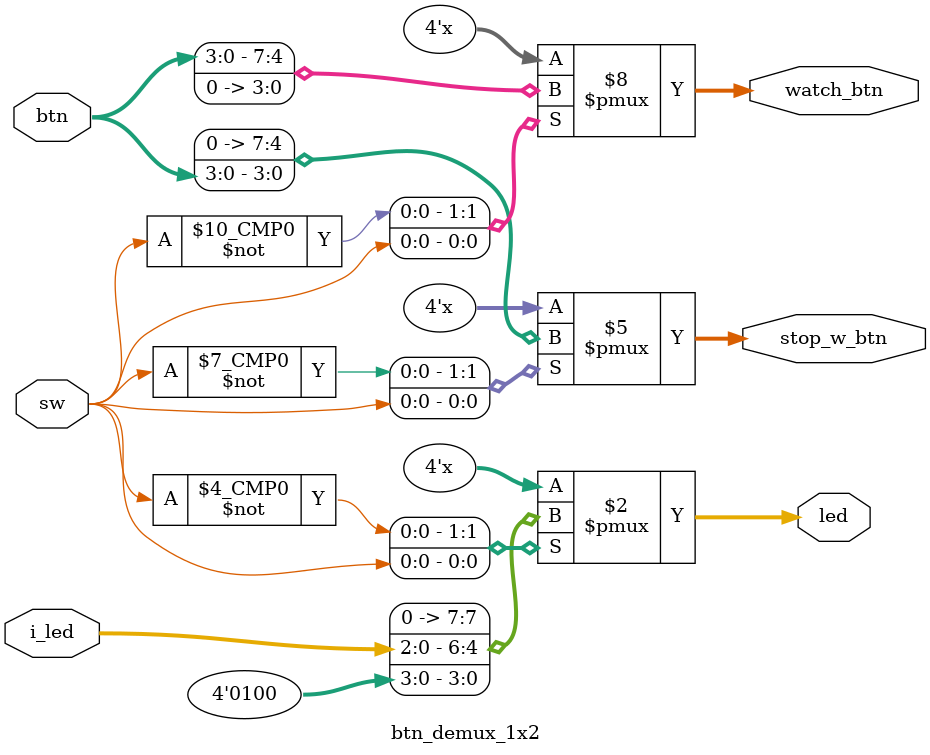
<source format=v>
`timescale 1ns / 1ps

module Top_Watch (
    input clk,
    input rst,
    input [1:0] sw,
    input [3:0] btn,
    output [3:0] fnd_com,
    output [7:0] fnd_data,
    output [2:0] led
);
    wire [3:0] w_btn, w_stop_w_btn, w_watch_btn;
    wire [6:0] w_stop_w_msec, w_watch_msec;
    wire [5:0] w_stop_w_sec, w_watch_sec, w_stop_w_min, w_watch_min;
    wire [4:0] w_stop_w_hour, w_watch_hour;
    wire [6:0] w_o_time_msec;
    wire [5:0] w_o_time_sec, w_o_time_min;
    wire [4:0] w_o_time_hour;
    wire [1:0] w_led;

    btn_debounce U_DEBOUNCE_U (
        .i_btn(btn[0]),
        .clk  (clk),
        .rst  (rst),
        .o_btn(w_btn[0])
    );

    btn_debounce U_DEBOUNCE_D (
        .i_btn(btn[3]),
        .clk  (clk),
        .rst  (rst),
        .o_btn(w_btn[3])
    );

    btn_debounce U_DEBOUNCE_L (
        .i_btn(btn[1]),
        .clk  (clk),
        .rst  (rst),
        .o_btn(w_btn[1])
    );

    btn_debounce U_DEBOUNCE_R (
        .i_btn(btn[2]),
        .clk  (clk),
        .rst  (rst),
        .o_btn(w_btn[2])
    );

    btn_demux_1x2 U_BTN_DEMUX (
        .sw(sw[1]),
        .btn(w_btn),
        .i_led(w_led),
        .stop_w_btn(w_stop_w_btn),
        .watch_btn(w_watch_btn),
        .led(led)
    );

    stop_watch U_STOP_WATCH (
        .clk(clk),
        .rst(rst),
        .sw(sw[0]),
        .btnL_Clear(w_stop_w_btn[1]),
        .btnR_RunStop(w_stop_w_btn[2]),
        .msec(w_stop_w_msec),
        .sec(w_stop_w_sec),
        .min(w_stop_w_min),
        .hour(w_stop_w_hour)
    );

    watch U_WATCH (
        .clk(clk),
        .rst(rst),
        .sw(sw[0]),
        .btn(w_watch_btn),
        .msec(w_watch_msec),
        .sec(w_watch_sec),
        .min(w_watch_min),
        .hour(w_watch_hour),
        .o_led(w_led)
    );

    watch_mode_mux U_WATCH_MUX (
        .sw(sw[1]),
        .stop_w_msec(w_stop_w_msec),
        .stop_w_sec(w_stop_w_sec),
        .stop_w_min(w_stop_w_min),
        .stop_w_hour(w_stop_w_hour),
        .watch_msec(w_watch_msec),
        .watch_sec(w_watch_sec),
        .watch_min(w_watch_min),
        .watch_hour(w_watch_hour),
        .o_msec(w_o_time_msec),
        .o_sec(w_o_time_sec),
        .o_min(w_o_time_min),
        .o_hour(w_o_time_hour)
    );

    fnd_controller U_FND (
        .clk(clk),
        .reset(rst),
        .sw(sw[0]),
        .msec(w_o_time_msec),
        .sec(w_o_time_sec),
        .min(w_o_time_min),
        .hour(w_o_time_hour),
        .fnd_com(fnd_com),
        .fnd_data(fnd_data)
    );
endmodule

module watch_mode_mux (
    input            sw,
    input      [6:0] stop_w_msec,
    input      [5:0] stop_w_sec,
    input      [5:0] stop_w_min,
    input      [4:0] stop_w_hour,
    input      [6:0] watch_msec,
    input      [5:0] watch_sec,
    input      [5:0] watch_min,
    input      [4:0] watch_hour,
    output reg [6:0] o_msec,
    output reg [5:0] o_sec,
    output reg [5:0] o_min,
    output reg [4:0] o_hour
);

    always @(*) begin
        case (sw)
            0: begin
                o_msec = watch_msec;
                o_sec  = watch_sec;
                o_min  = watch_min;
                o_hour = watch_hour;
            end
            1: begin
                o_msec = stop_w_msec;
                o_sec  = stop_w_sec;
                o_min  = stop_w_min;
                o_hour = stop_w_hour;
            end
            default: begin
                o_msec = watch_msec;
                o_sec  = watch_sec;
                o_min  = watch_min;
                o_hour = watch_hour;
            end
        endcase
    end
endmodule

module btn_demux_1x2 (
    input            sw,
    input      [2:0] i_led,
    input      [3:0] btn,
    output reg [3:0] stop_w_btn,
    output reg [3:0] watch_btn,
    output reg [3:0] led
);
    always @(*) begin
        watch_btn  = 4'b0000;
        stop_w_btn = 4'b0000;
        case (sw)
            0: begin
                watch_btn = btn;
                stop_w_btn = 4'b0000;
                led = {1'b0,i_led};
            end
            1: begin
                stop_w_btn = btn;
                watch_btn = 4'b0000;
                led = 3'b100;
            end
        endcase
    end
endmodule

</source>
